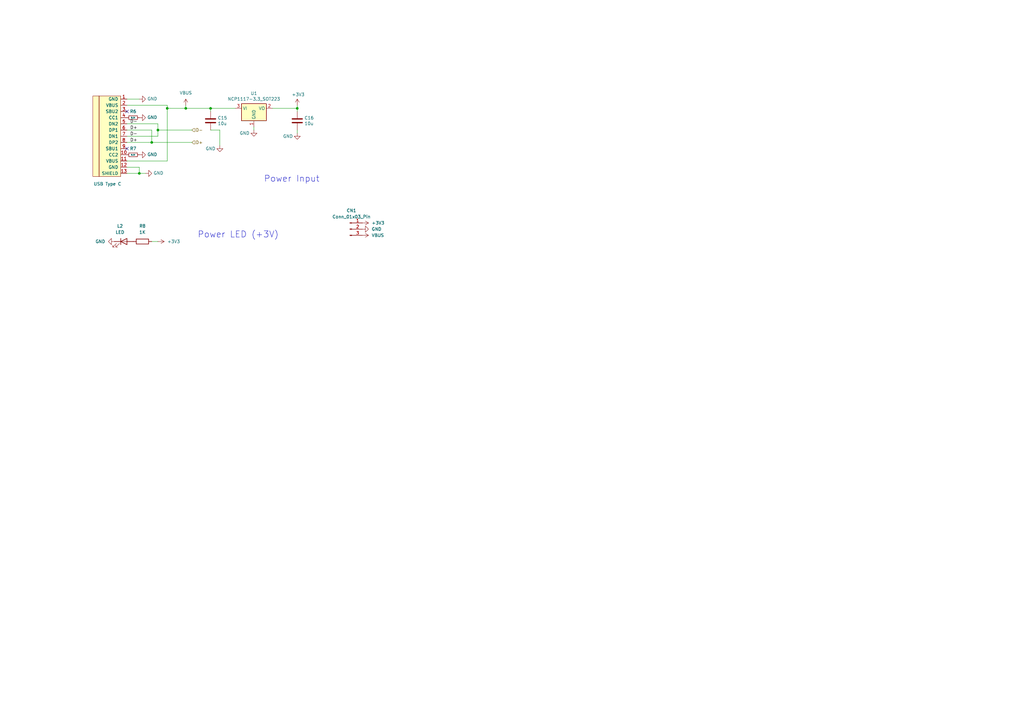
<source format=kicad_sch>
(kicad_sch (version 20231120) (generator "eeschema") (generator_version "8.0")
  (paper "A3")
  (title_block (title "USB to PS/2 Adapter") (date "2024-12-07") (rev "1.2") (company "Mikhail Matveev") (comment 1 "https://github.com/xtremespb/frank2"))
  (lib_symbols
    (symbol "+3V3_1" (power) (pin_numbers hide) (pin_names (offset 0) hide)
      (property "Value" "+3V3" (at 0 3.556 0))
      (symbol "+3V3_1_0_1"
        (polyline (pts (xy -0.762 1.27) (xy 0 2.54)))
        (polyline (pts (xy 0 0) (xy 0 2.54)))
        (polyline (pts (xy 0 2.54) (xy 0.762 1.27)))
      )
      (symbol "+3V3_1_1_1"
        (pin power_in line (at 0 0 90) (length 0) (name "~") (number "1"))
      )
    )
    (symbol "+3V3_2" (power) (pin_numbers hide) (pin_names (offset 0) hide)
      (property "Value" "+3V3" (at 0 3.556 0))
      (symbol "+3V3_2_0_1"
        (polyline (pts (xy -0.762 1.27) (xy 0 2.54)))
        (polyline (pts (xy 0 0) (xy 0 2.54)))
        (polyline (pts (xy 0 2.54) (xy 0.762 1.27)))
      )
      (symbol "+3V3_2_1_1"
        (pin power_in line (at 0 0 90) (length 0) (name "~") (number "1"))
      )
    )
    (symbol "Connector:Conn_01x03_Pin" (pin_names (offset 1.016) hide)
      (property "Reference" "J" (at 0 5.08 0))
      (property "Value" "Conn_01x03_Pin" (at 0 -5.08 0))
      (symbol "Conn_01x03_Pin_1_1"
        (polyline (pts (xy 1.27 -2.54) (xy 0.8636 -2.54)) (stroke (width 0.1524)))
        (polyline (pts (xy 1.27 0) (xy 0.8636 0)) (stroke (width 0.1524)))
        (polyline (pts (xy 1.27 2.54) (xy 0.8636 2.54)) (stroke (width 0.1524)))
        (rectangle (start 0.8636 -2.413) (end 0 -2.667) (stroke (width 0.1524)) (fill (type outline)))
        (rectangle (start 0.8636 0.127) (end 0 -0.127) (stroke (width 0.1524)) (fill (type outline)))
        (rectangle (start 0.8636 2.667) (end 0 2.413) (stroke (width 0.1524)) (fill (type outline)))
        (pin passive line (at 5.08 2.54 180) (length 3.81) (name "Pin_1") (number "1"))
        (pin passive line (at 5.08 0 180) (length 3.81) (name "Pin_2") (number "2"))
        (pin passive line (at 5.08 -2.54 180) (length 3.81) (name "Pin_3") (number "3"))
      )
    )
    (symbol "Device:C" (pin_numbers hide) (pin_names (offset 0.254))
      (property "Reference" "C" (at 0.635 2.54 0))
      (property "Value" "C" (at 0.635 -2.54 0))
      (symbol "C_0_1"
        (polyline (pts (xy -2.032 -0.762) (xy 2.032 -0.762)) (stroke (width 0.508)))
        (polyline (pts (xy -2.032 0.762) (xy 2.032 0.762)) (stroke (width 0.508)))
      )
      (symbol "C_1_1"
        (pin passive line (at 0 3.81 270) (length 2.794) (name "~") (number "1"))
        (pin passive line (at 0 -3.81 90) (length 2.794) (name "~") (number "2"))
      )
    )
    (symbol "Device:LED" (pin_numbers hide) (pin_names (offset 1.016) hide)
      (property "Reference" "D" (at 0 2.54 0))
      (property "Value" "LED" (at 0 -2.54 0))
      (symbol "LED_0_1"
        (polyline (pts (xy -1.27 -1.27) (xy -1.27 1.27)) (stroke (width 0.254)))
        (polyline (pts (xy -1.27 0) (xy 1.27 0)))
        (polyline (pts (xy 1.27 -1.27) (xy 1.27 1.27) (xy -1.27 0) (xy 1.27 -1.27)) (stroke (width 0.254)))
        (polyline (pts (xy -3.048 -0.762) (xy -4.572 -2.286) (xy -3.81 -2.286) (xy -4.572 -2.286) (xy -4.572 -1.524)))
        (polyline (pts (xy -1.778 -0.762) (xy -3.302 -2.286) (xy -2.54 -2.286) (xy -3.302 -2.286) (xy -3.302 -1.524)))
      )
      (symbol "LED_1_1"
        (pin passive line (at -3.81 0 0) (length 2.54) (name "K") (number "1"))
        (pin passive line (at 3.81 0 180) (length 2.54) (name "A") (number "2"))
      )
    )
    (symbol "Device:R" (pin_numbers hide) (pin_names (offset 0))
      (property "Reference" "R" (at 2.032 0 90))
      (property "Value" "R" (at 0 0 90))
      (symbol "R_0_1"
        (rectangle (start -1.016 -2.54) (end 1.016 2.54) (stroke (width 0.254)))
      )
      (symbol "R_1_1"
        (pin passive line (at 0 3.81 270) (length 1.27) (name "~") (number "1"))
        (pin passive line (at 0 -3.81 90) (length 1.27) (name "~") (number "2"))
      )
    )
    (symbol "Device:R_Small" (pin_numbers hide) (pin_names (offset 0.254) hide)
      (property "Reference" "R" (at 0.762 0.508 0))
      (property "Value" "R_Small" (at 0.762 -1.016 0))
      (symbol "R_Small_0_1"
        (rectangle (start -0.762 1.778) (end 0.762 -1.778) (stroke (width 0.2032)))
      )
      (symbol "R_Small_1_1"
        (pin passive line (at 0 2.54 270) (length 0.762) (name "~") (number "1"))
        (pin passive line (at 0 -2.54 90) (length 0.762) (name "~") (number "2"))
      )
    )
    (symbol "GND_1" (power) (pin_numbers hide) (pin_names (offset 0) hide)
      (property "Value" "GND" (at 0 -3.81 0))
      (symbol "GND_1_0_1"
        (polyline (pts (xy 0 0) (xy 0 -1.27) (xy 1.27 -1.27) (xy 0 -2.54) (xy -1.27 -1.27) (xy 0 -1.27)))
      )
      (symbol "GND_1_1_1"
        (pin power_in line (at 0 0 270) (length 0) (name "~") (number "1"))
      )
    )
    (symbol "GND_2" (power) (pin_numbers hide) (pin_names (offset 0) hide)
      (property "Value" "GND" (at 0 -3.81 0))
      (symbol "GND_2_0_1"
        (polyline (pts (xy 0 0) (xy 0 -1.27) (xy 1.27 -1.27) (xy 0 -2.54) (xy -1.27 -1.27) (xy 0 -1.27)))
      )
      (symbol "GND_2_1_1"
        (pin power_in line (at 0 0 270) (length 0) (name "~") (number "1"))
      )
    )
    (symbol "Regulator_Linear:NCP1117-3.3_SOT223"
      (property "Reference" "U" (at -3.81 3.175 0))
      (property "Value" "NCP1117-3.3_SOT223" (at 0 3.175 0))
      (symbol "NCP1117-3.3_SOT223_0_1"
        (rectangle (start -5.08 -5.08) (end 5.08 1.905) (stroke (width 0.254)) (fill (type background)))
      )
      (symbol "NCP1117-3.3_SOT223_1_1"
        (pin power_in line (at 0 -7.62 90) (length 2.54) (name "GND") (number "1"))
        (pin power_out line (at 7.62 0 180) (length 2.54) (name "VO") (number "2"))
        (pin power_in line (at -7.62 0 0) (length 2.54) (name "VI") (number "3"))
      )
    )
    (symbol "Type-C:HRO-TYPE-C-31-M-12" (pin_names (offset 1.016))
      (property "Reference" "USB" (at -5.08 16.51 0))
      (property "Value" "HRO-TYPE-C-31-M-12" (at -10.16 -1.27 90))
      (symbol "HRO-TYPE-C-31-M-12_0_1"
        (rectangle (start -11.43 15.24) (end -8.89 -17.78) (fill (type background)))
        (rectangle (start 0 -17.78) (end -8.89 15.24) (fill (type background)))
      )
      (symbol "HRO-TYPE-C-31-M-12_1_1"
        (pin input line (at 2.54 13.97 180) (length 2.54) (name "GND") (number "1"))
        (pin input line (at 2.54 -8.89 180) (length 2.54) (name "CC2") (number "10"))
        (pin input line (at 2.54 -11.43 180) (length 2.54) (name "VBUS") (number "11"))
        (pin input line (at 2.54 -13.97 180) (length 2.54) (name "GND") (number "12"))
        (pin input line (at 2.54 -16.51 180) (length 2.54) (name "SHIELD") (number "13"))
        (pin input line (at 2.54 11.43 180) (length 2.54) (name "VBUS") (number "2"))
        (pin input line (at 2.54 8.89 180) (length 2.54) (name "SBU2") (number "3"))
        (pin input line (at 2.54 6.35 180) (length 2.54) (name "CC1") (number "4"))
        (pin input line (at 2.54 3.81 180) (length 2.54) (name "DN2") (number "5"))
        (pin input line (at 2.54 1.27 180) (length 2.54) (name "DP1") (number "6"))
        (pin input line (at 2.54 -1.27 180) (length 2.54) (name "DN1") (number "7"))
        (pin input line (at 2.54 -3.81 180) (length 2.54) (name "DP2") (number "8"))
        (pin input line (at 2.54 -6.35 180) (length 2.54) (name "SBU1") (number "9"))
      )
    )
    (symbol "power:+3V3" (power) (pin_names (offset 0))
      (property "Value" "+3V3" (at 0 3.556 0))
      (symbol "+3V3_0_1"
        (polyline (pts (xy -0.762 1.27) (xy 0 2.54)))
        (polyline (pts (xy 0 0) (xy 0 2.54)))
        (polyline (pts (xy 0 2.54) (xy 0.762 1.27)))
      )
      (symbol "+3V3_1_1"
        (pin power_in line (at 0 0 90) (length 0) hide (name "+3V3") (number "1"))
      )
    )
    (symbol "power:GND" (power) (pin_names (offset 0))
      (property "Value" "GND" (at 0 -3.81 0))
      (symbol "GND_0_1"
        (polyline (pts (xy 0 0) (xy 0 -1.27) (xy 1.27 -1.27) (xy 0 -2.54) (xy -1.27 -1.27) (xy 0 -1.27)))
      )
      (symbol "GND_1_1"
        (pin power_in line (at 0 0 270) (length 0) hide (name "GND") (number "1"))
      )
    )
    (symbol "power:VBUS" (power) (pin_numbers hide) (pin_names (offset 0) hide)
      (property "Value" "VBUS" (at 0 3.556 0))
      (symbol "VBUS_0_1"
        (polyline (pts (xy -0.762 1.27) (xy 0 2.54)))
        (polyline (pts (xy 0 0) (xy 0 2.54)))
        (polyline (pts (xy 0 2.54) (xy 0.762 1.27)))
      )
      (symbol "VBUS_1_1"
        (pin power_in line (at 0 0 90) (length 0) (name "~") (number "1"))
      )
    )
  )
  (junction (at 68.58 44.45))
  (junction (at 62.23 58.42))
  (junction (at 76.2 44.45))
  (junction (at 86.36 44.45))
  (junction (at 57.15 71.12))
  (junction (at 121.92 44.45))
  (junction (at 64.77 53.34))
  (no_connect (at 52.07 60.96))
  (no_connect (at 52.07 45.72))
  (wire (pts (xy 52.07 43.18) (xy 68.58 43.18)))
  (wire (pts (xy 52.07 53.34) (xy 62.23 53.34)))
  (wire (pts (xy 76.2 44.45) (xy 86.36 44.45)))
  (wire (pts (xy 96.52 44.45) (xy 86.36 44.45)))
  (wire (pts (xy 121.92 44.45) (xy 121.92 43.18)))
  (wire (pts (xy 57.15 71.12) (xy 59.69 71.12)))
  (wire (pts (xy 76.2 43.18) (xy 76.2 44.45)))
  (wire (pts (xy 57.15 68.58) (xy 57.15 71.12)))
  (wire (pts (xy 68.58 66.04) (xy 52.07 66.04)))
  (wire (pts (xy 86.36 45.72) (xy 86.36 44.45)))
  (wire (pts (xy 121.92 45.72) (xy 121.92 44.45)))
  (wire (pts (xy 90.17 53.34) (xy 86.36 53.34)))
  (wire (pts (xy 111.76 44.45) (xy 121.92 44.45)))
  (wire (pts (xy 52.07 50.8) (xy 64.77 50.8)))
  (wire (pts (xy 52.07 55.88) (xy 64.77 55.88)))
  (wire (pts (xy 64.77 53.34) (xy 78.74 53.34)))
  (wire (pts (xy 68.58 44.45) (xy 68.58 66.04)))
  (wire (pts (xy 68.58 43.18) (xy 68.58 44.45)))
  (wire (pts (xy 64.77 53.34) (xy 64.77 55.88)))
  (wire (pts (xy 52.07 40.64) (xy 57.15 40.64)))
  (wire (pts (xy 121.92 53.34) (xy 121.92 54.61)))
  (wire (pts (xy 52.07 71.12) (xy 57.15 71.12)))
  (wire (pts (xy 52.07 58.42) (xy 62.23 58.42)))
  (wire (pts (xy 90.17 53.34) (xy 90.17 59.69)))
  (wire (pts (xy 52.07 68.58) (xy 57.15 68.58)))
  (wire (pts (xy 64.77 50.8) (xy 64.77 53.34)))
  (wire (pts (xy 62.23 99.06) (xy 64.77 99.06)))
  (wire (pts (xy 68.58 44.45) (xy 76.2 44.45)))
  (wire (pts (xy 104.14 52.07) (xy 104.14 53.34)))
  (wire (pts (xy 62.23 58.42) (xy 78.74 58.42)))
  (wire (pts (xy 62.23 53.34) (xy 62.23 58.42)))
  (text "Power Input" (at 108.204 74.93 0) (effects (font (size 2.54 2.54)) (justify left bottom)))
  (text "Power LED (+3V)" (at 81.026 97.79 0) (effects (font (size 2.54 2.54)) (justify left bottom)))
  (label "D-" (at 53.34 55.88 0))
  (label "D+" (at 53.34 58.42 0))
  (label "D-" (at 53.34 50.8 0))
  (label "D+" (at 53.34 53.34 0))
  (hierarchical_label "D-" (shape input) (at 78.74 53.34 0))
  (hierarchical_label "D+" (shape input) (at 78.74 58.42 0))
  (symbol (lib_id "power:GND") (at 90.17 59.69 0) (unit 1)
    (property "Reference" "#PWR022" (effects (hide yes)))
    (property "Value" "GND" (at 86.36 60.96 0))
  )
  (symbol (lib_id "power:VBUS") (at 76.2 43.18 0) (unit 1)
    (property "Reference" "#PWR017" (effects (hide yes)))
    (property "Value" "VBUS" (at 76.2 38.1 0))
    (property "Description" "Power symbol creates a global label with name \"VBUS\"" (effects (hide yes)))
  )
  (symbol (lib_id "power:GND") (at 57.15 63.5 90) (unit 1)
    (property "Reference" "#PWR023" (effects (hide yes)))
    (property "Value" "GND" (at 60.4012 63.373 90) (effects (justify right)))
  )
  (symbol (lib_name "GND_2") (lib_id "power:GND") (at 46.99 99.06 270) (unit 1)
    (property "Reference" "#PWR028" (effects (hide yes)))
    (property "Value" "GND" (at 43.18 99.0599 90) (effects (justify right)))
    (property "Description" "Power symbol creates a global label with name \"GND\" , ground" (effects (hide yes)))
  )
  (symbol (lib_id "Device:LED") (at 50.8 99.06 0) (unit 1)
    (property "Reference" "L2" (at 49.2125 92.71 0))
    (property "Value" "LED" (at 49.2125 95.25 0))
    (property "Footprint" "LIBS:Medved_LED_0805" (effects (hide yes)))
    (property "Description" "Light emitting diode" (effects (hide yes)))
  )
  (symbol (lib_id "Regulator_Linear:NCP1117-3.3_SOT223") (at 104.14 44.45 0) (unit 1)
    (property "Reference" "U1" (at 104.14 38.3032 0))
    (property "Value" "NCP1117-3.3_SOT223" (at 104.14 40.6146 0))
    (property "Footprint" "LIBS:Medved_SOT-223-3_TabPin2" (effects (hide yes)))
    (property "Datasheet" "http://www.onsemi.com/pub_link/Collateral/NCP1117-D.PDF" (effects (hide yes)))
  )
  (symbol (lib_id "Device:C") (at 121.92 49.53 0) (unit 1)
    (property "Reference" "C16" (at 124.841 48.3616 0) (effects (justify left)))
    (property "Value" "10u" (at 124.841 50.673 0) (effects (justify left)))
    (property "Footprint" "LIBS:Medved_C_0805" (effects (hide yes)))
  )
  (symbol (lib_id "Type-C:HRO-TYPE-C-31-M-12") (at 49.53 54.61 0) (unit 1)
    (property "Reference" "USB1" (effects (hide yes)))
    (property "Value" "USB Type C" (at 49.784 75.438 0) (effects (justify right)))
    (property "Footprint" "LIBS:USB-TYPE-C-31-M-12_lib2" (effects (hide yes)))
    (property "LCSC" "C165948" (effects (hide yes)))
  )
  (symbol (lib_id "Device:C") (at 86.36 49.53 0) (unit 1)
    (property "Reference" "C15" (at 89.281 48.3616 0) (effects (justify left)))
    (property "Value" "10u" (at 89.281 50.673 0) (effects (justify left)))
    (property "Footprint" "LIBS:Medved_C_0805" (effects (hide yes)))
  )
  (symbol (lib_id "Device:R") (at 58.42 99.06 90) (unit 1)
    (property "Reference" "R8" (at 58.42 92.71 90))
    (property "Value" "1K" (at 58.42 95.25 90))
    (property "Footprint" "LIBS:Medved_R_0805" (effects (hide yes)))
    (property "Description" "Resistor" (effects (hide yes)))
  )
  (symbol (lib_id "Device:R_Small") (at 54.61 63.5 270) (unit 1)
    (property "Reference" "R7" (at 54.61 60.96 90))
    (property "Value" "5.1K" (at 54.61 63.5 90) (effects (font (size 0.508 0.508))))
    (property "Footprint" "LIBS:Medved_R_0805" (effects (hide yes)))
    (property "LCSC" " " (effects (hide yes)))
  )
  (symbol (lib_id "power:GND") (at 57.15 48.26 90) (unit 1)
    (property "Reference" "#PWR019" (effects (hide yes)))
    (property "Value" "GND" (at 60.4012 48.133 90) (effects (justify right)))
  )
  (symbol (lib_id "power:GND") (at 121.92 54.61 0) (unit 1)
    (property "Reference" "#PWR021" (effects (hide yes)))
    (property "Value" "GND" (at 118.11 55.88 0))
  )
  (symbol (lib_id "power:+3V3") (at 121.92 43.18 0) (unit 1)
    (property "Reference" "#PWR018" (effects (hide yes)))
    (property "Value" "+3V3" (at 122.301 38.7858 0))
  )
  (symbol (lib_name "GND_1") (lib_id "power:GND") (at 148.59 93.98 90) (unit 1)
    (property "Reference" "#PWR026" (effects (hide yes)))
    (property "Value" "GND" (at 152.4 93.9799 90) (effects (justify right)))
    (property "Description" "Power symbol creates a global label with name \"GND\" , ground" (effects (hide yes)))
  )
  (symbol (lib_id "Device:R_Small") (at 54.61 48.26 270) (unit 1)
    (property "Reference" "R6" (at 54.61 45.72 90))
    (property "Value" "5.1K" (at 54.61 48.26 90) (effects (font (size 0.508 0.508))))
    (property "Footprint" "LIBS:Medved_R_0805" (effects (hide yes)))
    (property "LCSC" " " (effects (hide yes)))
  )
  (symbol (lib_id "Connector:Conn_01x03_Pin") (at 143.51 93.98 0) (unit 1)
    (property "Reference" "CN1" (at 144.145 86.36 0))
    (property "Value" "Conn_01x03_Pin" (at 144.145 88.9 0))
    (property "Footprint" "LIBS:Medved_PinHeader_1x03" (effects (hide yes)))
    (property "Description" "Generic connector, single row, 01x03, script generated" (effects (hide yes)))
  )
  (symbol (lib_id "power:GND") (at 57.15 40.64 90) (unit 1)
    (property "Reference" "#PWR016" (effects (hide yes)))
    (property "Value" "GND" (at 60.4012 40.513 90) (effects (justify right)))
  )
  (symbol (lib_id "power:GND") (at 59.69 71.12 90) (unit 1)
    (property "Reference" "#PWR024" (effects (hide yes)))
    (property "Value" "GND" (at 62.9412 70.993 90) (effects (justify right)))
  )
  (symbol (lib_id "power:VBUS") (at 148.59 96.52 270) (unit 1)
    (property "Reference" "#PWR027" (effects (hide yes)))
    (property "Value" "VBUS" (at 152.4 96.5199 90) (effects (justify left)))
    (property "Description" "Power symbol creates a global label with name \"VBUS\"" (effects (hide yes)))
  )
  (symbol (lib_name "+3V3_1") (lib_id "power:+3V3") (at 64.77 99.06 270) (unit 1)
    (property "Reference" "#PWR029" (effects (hide yes)))
    (property "Value" "+3V3" (at 68.58 99.0599 90) (effects (justify left)))
    (property "Description" "Power symbol creates a global label with name \"+3V3\"" (effects (hide yes)))
  )
  (symbol (lib_id "power:GND") (at 104.14 53.34 0) (unit 1)
    (property "Reference" "#PWR020" (effects (hide yes)))
    (property "Value" "GND" (at 100.33 54.61 0))
  )
  (symbol (lib_name "+3V3_2") (lib_id "power:+3V3") (at 148.59 91.44 270) (unit 1)
    (property "Reference" "#PWR025" (effects (hide yes)))
    (property "Value" "+3V3" (at 152.4 91.4399 90) (effects (justify left)))
    (property "Description" "Power symbol creates a global label with name \"+3V3\"" (effects (hide yes)))
  )
)
</source>
